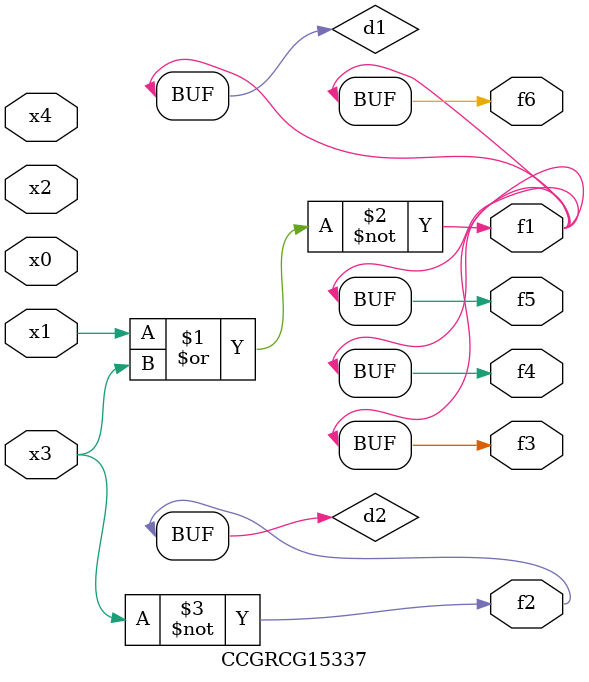
<source format=v>
module CCGRCG15337(
	input x0, x1, x2, x3, x4,
	output f1, f2, f3, f4, f5, f6
);

	wire d1, d2;

	nor (d1, x1, x3);
	not (d2, x3);
	assign f1 = d1;
	assign f2 = d2;
	assign f3 = d1;
	assign f4 = d1;
	assign f5 = d1;
	assign f6 = d1;
endmodule

</source>
